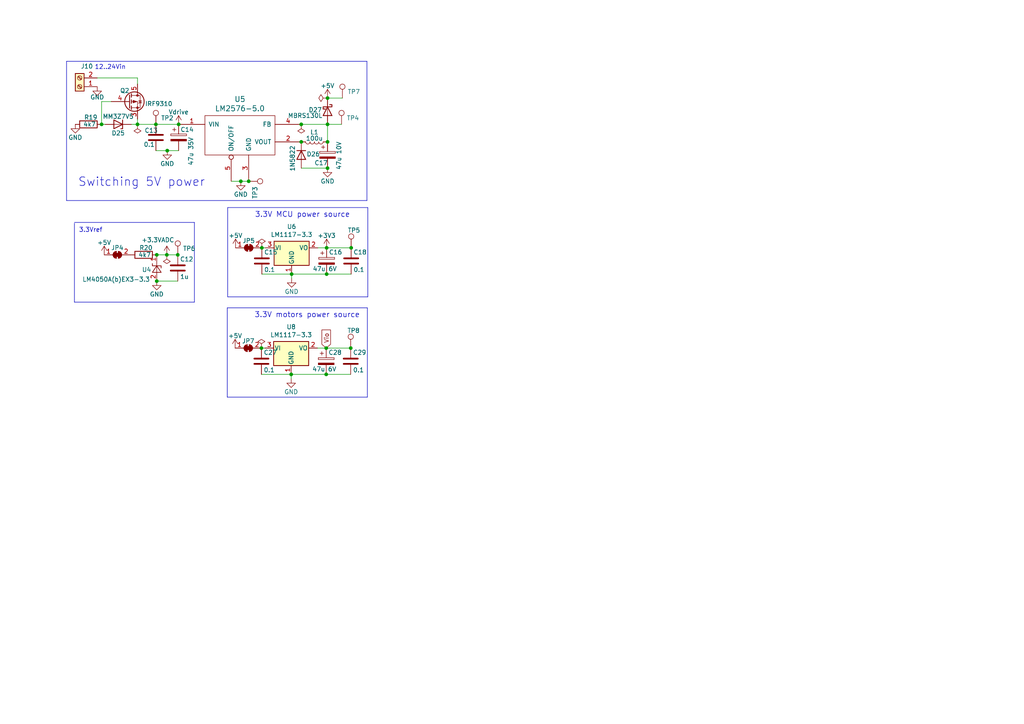
<source format=kicad_sch>
(kicad_sch (version 20231120) (generator "eeschema") (generator_version "8.0")
  (paper "A4")
  (lib_symbols
    (symbol "Connector:Screw_Terminal_01x02" (pin_names (offset 1.016) hide)
      (property "Reference" "J" (at 0 2.54 0))
      (property "Value" "Screw_Terminal_01x02" (at 0 -5.08 0))
      (symbol "Screw_Terminal_01x02_1_1"
        (rectangle (start -1.27 1.27) (end 1.27 -3.81) (stroke (width 0.254)) (fill (type background)))
        (circle (center 0 -2.54) (radius 0.635) (stroke (width 0.1524)))
        (polyline (pts (xy -0.5334 -2.2098) (xy 0.3302 -3.048)) (stroke (width 0.1524)))
        (polyline (pts (xy -0.5334 0.3302) (xy 0.3302 -0.508)) (stroke (width 0.1524)))
        (polyline (pts (xy -0.3556 -2.032) (xy 0.508 -2.8702)) (stroke (width 0.1524)))
        (polyline (pts (xy -0.3556 0.508) (xy 0.508 -0.3302)) (stroke (width 0.1524)))
        (circle (center 0 0) (radius 0.635) (stroke (width 0.1524)))
        (pin passive line (at -5.08 0 0) (length 3.81) (name "Pin_1") (number "1"))
        (pin passive line (at -5.08 -2.54 0) (length 3.81) (name "Pin_2") (number "2"))
      )
    )
    (symbol "Connector:TestPoint" (pin_numbers hide) (pin_names (offset 0.762) hide)
      (property "Reference" "TP" (at 0 6.858 0))
      (property "Value" "TestPoint" (at 0 5.08 0))
      (symbol "TestPoint_0_1"
        (circle (center 0 3.302) (radius 0.762))
      )
      (symbol "TestPoint_1_1"
        (pin passive line (at 0 0 90) (length 2.54) (name "1") (number "1"))
      )
    )
    (symbol "Device:C" (pin_numbers hide) (pin_names (offset 0.254))
      (property "Reference" "C" (at 0.635 2.54 0))
      (property "Value" "C" (at 0.635 -2.54 0))
      (symbol "C_0_1"
        (polyline (pts (xy -2.032 -0.762) (xy 2.032 -0.762)) (stroke (width 0.508)))
        (polyline (pts (xy -2.032 0.762) (xy 2.032 0.762)) (stroke (width 0.508)))
      )
      (symbol "C_1_1"
        (pin passive line (at 0 3.81 270) (length 2.794) (name "~") (number "1"))
        (pin passive line (at 0 -3.81 90) (length 2.794) (name "~") (number "2"))
      )
    )
    (symbol "Device:C_Polarized" (pin_numbers hide) (pin_names (offset 0.254))
      (property "Reference" "C" (at 0.635 2.54 0))
      (property "Value" "C_Polarized" (at 0.635 -2.54 0))
      (symbol "C_Polarized_0_1"
        (rectangle (start -2.286 0.508) (end 2.286 1.016))
        (polyline (pts (xy -1.778 2.286) (xy -0.762 2.286)))
        (polyline (pts (xy -1.27 2.794) (xy -1.27 1.778)))
        (rectangle (start 2.286 -0.508) (end -2.286 -1.016) (fill (type outline)))
      )
      (symbol "C_Polarized_1_1"
        (pin passive line (at 0 3.81 270) (length 2.794) (name "~") (number "1"))
        (pin passive line (at 0 -3.81 90) (length 2.794) (name "~") (number "2"))
      )
    )
    (symbol "Device:D" (pin_numbers hide) (pin_names (offset 1.016) hide)
      (property "Reference" "D" (at 0 2.54 0))
      (property "Value" "D" (at 0 -2.54 0))
      (symbol "D_0_1"
        (polyline (pts (xy -1.27 1.27) (xy -1.27 -1.27)) (stroke (width 0.254)))
        (polyline (pts (xy 1.27 0) (xy -1.27 0)))
        (polyline (pts (xy 1.27 1.27) (xy 1.27 -1.27) (xy -1.27 0) (xy 1.27 1.27)) (stroke (width 0.254)))
      )
      (symbol "D_1_1"
        (pin passive line (at -3.81 0 0) (length 2.54) (name "K") (number "1"))
        (pin passive line (at 3.81 0 180) (length 2.54) (name "A") (number "2"))
      )
    )
    (symbol "Device:D_Schottky" (pin_numbers hide) (pin_names (offset 1.016) hide)
      (property "Reference" "D" (at 0 2.54 0))
      (property "Value" "D_Schottky" (at 0 -2.54 0))
      (symbol "D_Schottky_0_1"
        (polyline (pts (xy 1.27 0) (xy -1.27 0)))
        (polyline (pts (xy 1.27 1.27) (xy 1.27 -1.27) (xy -1.27 0) (xy 1.27 1.27)) (stroke (width 0.254)))
        (polyline (pts (xy -1.905 0.635) (xy -1.905 1.27) (xy -1.27 1.27) (xy -1.27 -1.27) (xy -0.635 -1.27) (xy -0.635 -0.635)) (stroke (width 0.254)))
      )
      (symbol "D_Schottky_1_1"
        (pin passive line (at -3.81 0 0) (length 2.54) (name "K") (number "1"))
        (pin passive line (at 3.81 0 180) (length 2.54) (name "A") (number "2"))
      )
    )
    (symbol "Device:D_Zener" (pin_numbers hide) (pin_names (offset 1.016) hide)
      (property "Reference" "D" (at 0 2.54 0))
      (property "Value" "D_Zener" (at 0 -2.54 0))
      (symbol "D_Zener_0_1"
        (polyline (pts (xy 1.27 0) (xy -1.27 0)))
        (polyline (pts (xy -1.27 -1.27) (xy -1.27 1.27) (xy -0.762 1.27)) (stroke (width 0.254)))
        (polyline (pts (xy 1.27 -1.27) (xy 1.27 1.27) (xy -1.27 0) (xy 1.27 -1.27)) (stroke (width 0.254)))
      )
      (symbol "D_Zener_1_1"
        (pin passive line (at -3.81 0 0) (length 2.54) (name "K") (number "1"))
        (pin passive line (at 3.81 0 180) (length 2.54) (name "A") (number "2"))
      )
    )
    (symbol "Device:L" (pin_numbers hide) (pin_names (offset 1.016) hide)
      (property "Reference" "L" (at -1.27 0 90))
      (property "Value" "L" (at 1.905 0 90))
      (symbol "L_0_1"
        (arc (start 0 -2.54) (mid 0.6323 -1.905) (end 0 -1.27))
        (arc (start 0 -1.27) (mid 0.6323 -0.635) (end 0 0))
        (arc (start 0 0) (mid 0.6323 0.635) (end 0 1.27))
        (arc (start 0 1.27) (mid 0.6323 1.905) (end 0 2.54))
      )
      (symbol "L_1_1"
        (pin passive line (at 0 3.81 270) (length 1.27) (name "1") (number "1"))
        (pin passive line (at 0 -3.81 90) (length 1.27) (name "2") (number "2"))
      )
    )
    (symbol "Device:R" (pin_numbers hide) (pin_names (offset 0))
      (property "Reference" "R" (at 2.032 0 90))
      (property "Value" "R" (at 0 0 90))
      (symbol "R_0_1"
        (rectangle (start -1.016 -2.54) (end 1.016 2.54) (stroke (width 0.254)))
      )
      (symbol "R_1_1"
        (pin passive line (at 0 3.81 270) (length 1.27) (name "~") (number "1"))
        (pin passive line (at 0 -3.81 90) (length 1.27) (name "~") (number "2"))
      )
    )
    (symbol "Jumper:SolderJumper_2_Bridged" (pin_names (offset 0) hide)
      (property "Reference" "JP" (at 0 2.032 0))
      (property "Value" "SolderJumper_2_Bridged" (at 0 -2.54 0))
      (symbol "SolderJumper_2_Bridged_0_1"
        (rectangle (start -0.508 0.508) (end 0.508 -0.508) (fill (type outline)))
        (arc (start -0.254 1.016) (mid -1.2656 0) (end -0.254 -1.016))
        (arc (start -0.254 1.016) (mid -1.2656 0) (end -0.254 -1.016) (fill (type outline)))
        (polyline (pts (xy -0.254 1.016) (xy -0.254 -1.016)))
        (polyline (pts (xy 0.254 1.016) (xy 0.254 -1.016)))
        (arc (start 0.254 -1.016) (mid 1.2656 0) (end 0.254 1.016))
        (arc (start 0.254 -1.016) (mid 1.2656 0) (end 0.254 1.016) (fill (type outline)))
      )
      (symbol "SolderJumper_2_Bridged_1_1"
        (pin passive line (at -3.81 0 0) (length 2.54) (name "A") (number "1"))
        (pin passive line (at 3.81 0 180) (length 2.54) (name "B") (number "2"))
      )
    )
    (symbol "Reference_Voltage:LM4040DBZ-3" (pin_names (offset 0.0254) hide)
      (property "Reference" "U" (at 0 2.54 0))
      (property "Value" "LM4040DBZ-3" (at 0 -3.175 0))
      (symbol "LM4040DBZ-3_0_1"
        (polyline (pts (xy -1.27 0) (xy 0 0) (xy 1.27 0)))
        (polyline (pts (xy -1.27 -1.27) (xy 0.635 0) (xy -1.27 1.27) (xy -1.27 -1.27)) (stroke (width 0.2032)))
        (polyline (pts (xy 0 -1.27) (xy 0.635 -1.27) (xy 0.635 1.27) (xy 1.27 1.27)) (stroke (width 0.2032)))
      )
      (symbol "LM4040DBZ-3_1_1"
        (pin passive line (at 3.81 0 180) (length 2.54) (name "K") (number "1"))
        (pin passive line (at -3.81 0 0) (length 2.54) (name "A") (number "2"))
      )
    )
    (symbol "Regulator_Linear:LM1117-3.3" (pin_names (offset 0.254))
      (property "Reference" "U" (at -3.81 3.175 0))
      (property "Value" "LM1117-3.3" (at 0 3.175 0))
      (symbol "LM1117-3.3_0_1"
        (rectangle (start -5.08 -5.08) (end 5.08 1.905) (stroke (width 0.254)) (fill (type background)))
      )
      (symbol "LM1117-3.3_1_1"
        (pin power_in line (at 0 -7.62 90) (length 2.54) (name "GND") (number "1"))
        (pin power_out line (at 7.62 0 180) (length 2.54) (name "VO") (number "2"))
        (pin power_in line (at -7.62 0 0) (length 2.54) (name "VI") (number "3"))
      )
    )
    (symbol "elements:IRF9310" (pin_names (offset 0) hide)
      (property "Reference" "Q" (at 5.08 1.27 0))
      (property "Value" "IRF9310" (at 5.08 -1.27 0))
      (symbol "IRF9310_0_1"
        (polyline (pts (xy 0.0508 0) (xy 0.254 0)))
        (polyline (pts (xy 0.762 -1.778) (xy 2.54 -1.778)))
        (polyline (pts (xy 0.762 -1.27) (xy 0.762 -2.286)) (stroke (width 0.254)))
        (polyline (pts (xy 0.762 0) (xy 2.54 0)))
        (polyline (pts (xy 0.762 0.508) (xy 0.762 -0.508)) (stroke (width 0.254)))
        (polyline (pts (xy 0.762 1.778) (xy 2.54 1.778)))
        (polyline (pts (xy 0.762 2.286) (xy 0.762 1.27)) (stroke (width 0.254)))
        (polyline (pts (xy 2.54 -1.778) (xy 2.54 -2.54)))
        (polyline (pts (xy 2.54 -1.778) (xy 2.54 0)))
        (polyline (pts (xy 2.54 2.54) (xy 2.54 1.778)))
        (polyline (pts (xy 0.254 1.905) (xy 0.254 -1.905) (xy 0.254 -1.905)) (stroke (width 0.254)))
        (polyline (pts (xy 2.286 0) (xy 1.27 -0.381) (xy 1.27 0.381) (xy 2.286 0)) (fill (type outline)))
        (polyline (pts (xy 2.54 -1.778) (xy 3.302 -1.778) (xy 3.302 1.778) (xy 2.54 1.778)))
        (polyline (pts (xy 2.794 -0.508) (xy 2.921 -0.381) (xy 3.683 -0.381) (xy 3.81 -0.254)))
        (polyline (pts (xy 3.302 -0.381) (xy 2.921 0.254) (xy 3.683 0.254) (xy 3.302 -0.381)))
        (circle (center 1.651 0) (radius 2.8194) (stroke (width 0.254)))
        (circle (center 2.54 -1.778) (radius 0.2794) (fill (type outline)))
        (circle (center 2.54 1.778) (radius 0.2794) (fill (type outline)))
      )
      (symbol "IRF9310_1_1"
        (pin passive line (at 2.54 -5.08 90) (length 2.54) hide (name "S") (number "1"))
        (pin passive line (at 2.54 -5.08 90) (length 2.54) hide (name "S") (number "2"))
        (pin passive line (at 2.54 -5.08 90) (length 2.54) (name "S") (number "3"))
        (pin input line (at -5.08 0 0) (length 5.08) (name "G") (number "4"))
        (pin passive line (at 2.54 5.08 270) (length 2.54) (name "D") (number "5"))
        (pin passive line (at 2.54 5.08 270) (length 2.54) hide (name "D") (number "6"))
        (pin passive line (at 2.54 5.08 270) (length 2.54) hide (name "D") (number "7"))
        (pin passive line (at 2.54 5.08 270) (length 2.54) hide (name "D") (number "8"))
      )
    )
    (symbol "power:+3.3V" (power) (pin_names (offset 0))
      (property "Value" "+3.3V" (at 0 3.556 0))
      (symbol "+3.3V_0_1"
        (polyline (pts (xy -0.762 1.27) (xy 0 2.54)))
        (polyline (pts (xy 0 0) (xy 0 2.54)))
        (polyline (pts (xy 0 2.54) (xy 0.762 1.27)))
      )
      (symbol "+3.3V_1_1"
        (pin power_in line (at 0 0 90) (length 0) hide (name "+3V3") (number "1"))
      )
    )
    (symbol "power:+3.3VADC" (power) (pin_names (offset 0))
      (property "Value" "+3.3VADC" (at 0 2.54 0))
      (symbol "+3.3VADC_0_0"
        (pin power_in line (at 0 0 90) (length 0) hide (name "+3.3VADC") (number "1"))
      )
      (symbol "+3.3VADC_0_1"
        (polyline (pts (xy -0.762 1.27) (xy 0 2.54)))
        (polyline (pts (xy 0 0) (xy 0 2.54)))
        (polyline (pts (xy 0 2.54) (xy 0.762 1.27)))
      )
    )
    (symbol "power:GND" (power) (pin_names (offset 0))
      (property "Value" "GND" (at 0 -3.81 0))
      (symbol "GND_0_1"
        (polyline (pts (xy 0 0) (xy 0 -1.27) (xy 1.27 -1.27) (xy 0 -2.54) (xy -1.27 -1.27) (xy 0 -1.27)))
      )
      (symbol "GND_1_1"
        (pin power_in line (at 0 0 270) (length 0) hide (name "GND") (number "1"))
      )
    )
    (symbol "power:PWR_FLAG" (power) (pin_numbers hide) (pin_names (offset 0) hide)
      (property "Value" "PWR_FLAG" (at 0 3.81 0))
      (symbol "PWR_FLAG_0_0"
        (pin power_out line (at 0 0 90) (length 0) (name "pwr") (number "1"))
      )
      (symbol "PWR_FLAG_0_1"
        (polyline (pts (xy 0 0) (xy 0 1.27) (xy -1.016 1.905) (xy 0 2.54) (xy 1.016 1.905) (xy 0 1.27)))
      )
    )
    (symbol "power:Vdrive" (power) (pin_names (offset 0))
      (property "Value" "Vdrive" (at 0 3.81 0))
      (symbol "Vdrive_0_1"
        (polyline (pts (xy -0.762 1.27) (xy 0 2.54)))
        (polyline (pts (xy 0 0) (xy 0 2.54)))
        (polyline (pts (xy 0 2.54) (xy 0.762 1.27)))
      )
      (symbol "Vdrive_1_1"
        (pin power_in line (at 0 0 90) (length 0) hide (name "Vdrive") (number "1"))
      )
    )
    (symbol "stm32-rescue:+5V" (power) (pin_names (offset 0))
      (property "Value" "+5V" (at 0 3.556 0))
      (symbol "+5V_0_1"
        (polyline (pts (xy -0.762 1.27) (xy 0 2.54)))
        (polyline (pts (xy 0 0) (xy 0 2.54)))
        (polyline (pts (xy 0 2.54) (xy 0.762 1.27)))
      )
      (symbol "+5V_1_1"
        (pin power_in line (at 0 0 90) (length 0) hide (name "+5V") (number "1"))
      )
    )
    (symbol "stm32-rescue:C" (pin_numbers hide) (pin_names (offset 0.254))
      (property "Reference" "C" (at 0.635 2.54 0))
      (property "Value" "C" (at 0.635 -2.54 0))
      (symbol "C_0_1"
        (polyline (pts (xy -2.032 -0.762) (xy 2.032 -0.762)) (stroke (width 0.508)))
        (polyline (pts (xy -2.032 0.762) (xy 2.032 0.762)) (stroke (width 0.508)))
      )
      (symbol "C_1_1"
        (pin passive line (at 0 3.81 270) (length 2.794) (name "~") (number "1"))
        (pin passive line (at 0 -3.81 90) (length 2.794) (name "~") (number "2"))
      )
    )
    (symbol "stm32-rescue:CP" (pin_numbers hide) (pin_names (offset 0.254))
      (property "Reference" "C" (at 0.635 2.54 0))
      (property "Value" "CP" (at 0.635 -2.54 0))
      (symbol "CP_0_1"
        (rectangle (start -2.286 0.508) (end -2.286 1.016))
        (rectangle (start -2.286 0.508) (end 2.286 0.508))
        (polyline (pts (xy -1.778 2.286) (xy -0.762 2.286)))
        (polyline (pts (xy -1.27 2.794) (xy -1.27 1.778)))
        (rectangle (start 2.286 -0.508) (end -2.286 -1.016) (fill (type outline)))
        (rectangle (start 2.286 1.016) (end -2.286 1.016))
        (rectangle (start 2.286 1.016) (end 2.286 0.508))
      )
      (symbol "CP_1_1"
        (pin passive line (at 0 3.81 270) (length 2.794) (name "~") (number "1"))
        (pin passive line (at 0 -3.81 90) (length 2.794) (name "~") (number "2"))
      )
    )
    (symbol "stm32-rescue:PWR_FLAG" (power) (pin_numbers hide) (pin_names (offset 0) hide)
      (property "Value" "PWR_FLAG" (at 0 3.81 0))
      (symbol "PWR_FLAG_0_0"
        (pin power_out line (at 0 0 90) (length 0) (name "pwr") (number "1"))
      )
      (symbol "PWR_FLAG_0_1"
        (polyline (pts (xy 0 0) (xy 0 1.27) (xy -1.016 1.905) (xy 0 2.54) (xy 1.016 1.905) (xy 0 1.27)))
      )
    )
    (symbol "vreg:LM2576" (pin_names (offset 1.016))
      (property "Reference" "U" (at -8.89 6.35 0))
      (property "Value" "LM2576" (at 6.35 6.35 0))
      (symbol "LM2576_0_1"
        (rectangle (start -10.16 5.08) (end 10.16 -6.35))
      )
      (symbol "LM2576_1_1"
        (pin power_in line (at -17.78 2.54 0) (length 7.62) (name "VIN") (number "1"))
        (pin power_out line (at 17.78 -2.54 180) (length 7.62) (name "VOUT") (number "2"))
        (pin power_in line (at 2.54 -13.97 90) (length 7.62) (name "GND") (number "3"))
        (pin input line (at 17.78 2.54 180) (length 7.62) (name "FB") (number "4"))
        (pin input inverted (at -2.54 -13.97 90) (length 7.62) (name "ON/OFF") (number "5"))
      )
    )
  )
  (junction (at 101.727 100.965))
  (junction (at 84.455 108.585))
  (junction (at 39.878 36.068))
  (junction (at 75.946 71.882))
  (junction (at 94.742 79.502))
  (junction (at 45.212 36.068))
  (junction (at 94.615 100.965))
  (junction (at 94.996 48.768))
  (junction (at 94.996 41.148))
  (junction (at 72.136 52.578))
  (junction (at 87.376 36.068))
  (junction (at 48.387 73.914))
  (junction (at 29.464 36.068))
  (junction (at 45.466 81.534))
  (junction (at 94.615 108.585))
  (junction (at 69.85 52.578))
  (junction (at 94.996 36.068))
  (junction (at 51.816 36.068))
  (junction (at 51.562 73.914))
  (junction (at 84.582 79.502))
  (junction (at 48.514 43.688))
  (junction (at 75.819 100.965))
  (junction (at 94.996 28.448))
  (junction (at 87.376 41.148))
  (junction (at 45.466 73.914))
  (junction (at 94.742 71.882))
  (junction (at 101.854 71.882))
  (polyline (pts (xy 106.68 60.198) (xy 66.04 60.198)))
  (wire (pts (xy 101.854 71.882) (xy 94.742 71.882)))
  (wire (pts (xy 39.878 36.068) (xy 39.878 34.544)))
  (polyline (pts (xy 106.426 58.166) (xy 19.304 58.166)))
  (wire (pts (xy 84.455 108.585) (xy 94.615 108.585)))
  (wire (pts (xy 48.514 43.688) (xy 51.816 43.688)))
  (wire (pts (xy 45.212 43.688) (xy 48.514 43.688)))
  (polyline (pts (xy 106.553 115.189) (xy 106.553 89.281)))
  (polyline (pts (xy 65.913 89.281) (xy 65.913 115.189)))
  (polyline (pts (xy 21.59 87.63) (xy 56.388 87.63)))
  (wire (pts (xy 76.835 100.965) (xy 75.819 100.965)))
  (wire (pts (xy 84.455 109.855) (xy 84.455 108.585)))
  (wire (pts (xy 101.727 100.965) (xy 94.615 100.965)))
  (wire (pts (xy 75.946 79.502) (xy 84.582 79.502)))
  (wire (pts (xy 101.727 108.585) (xy 94.615 108.585)))
  (wire (pts (xy 94.996 41.148) (xy 94.996 36.068)))
  (wire (pts (xy 75.819 108.585) (xy 84.455 108.585)))
  (wire (pts (xy 45.466 73.914) (xy 48.387 73.914)))
  (wire (pts (xy 69.85 52.578) (xy 67.056 52.578)))
  (wire (pts (xy 94.996 36.068) (xy 87.376 36.068)))
  (wire (pts (xy 99.314 28.448) (xy 94.996 28.448)))
  (polyline (pts (xy 65.913 115.189) (xy 106.553 115.189)))
  (polyline (pts (xy 106.553 89.281) (xy 65.913 89.281)))
  (wire (pts (xy 29.464 29.464) (xy 32.258 29.464)))
  (wire (pts (xy 48.387 73.914) (xy 51.562 73.914)))
  (wire (pts (xy 94.996 48.768) (xy 87.376 48.768)))
  (polyline (pts (xy 21.59 64.516) (xy 56.388 64.516)))
  (polyline (pts (xy 19.304 58.166) (xy 19.304 17.78)))
  (wire (pts (xy 99.06 36.068) (xy 94.996 36.068)))
  (wire (pts (xy 101.854 79.502) (xy 94.742 79.502)))
  (wire (pts (xy 84.582 79.502) (xy 94.742 79.502)))
  (polyline (pts (xy 66.04 86.106) (xy 106.68 86.106)))
  (polyline (pts (xy 106.68 86.106) (xy 106.68 60.198)))
  (wire (pts (xy 45.466 81.534) (xy 51.562 81.534)))
  (wire (pts (xy 39.878 36.068) (xy 45.212 36.068)))
  (wire (pts (xy 45.212 36.068) (xy 51.816 36.068)))
  (wire (pts (xy 76.962 71.882) (xy 75.946 71.882)))
  (wire (pts (xy 92.202 71.882) (xy 94.742 71.882)))
  (polyline (pts (xy 21.59 64.77) (xy 21.59 87.63)))
  (wire (pts (xy 84.582 80.772) (xy 84.582 79.502)))
  (wire (pts (xy 92.075 100.965) (xy 94.615 100.965)))
  (wire (pts (xy 72.136 52.578) (xy 69.85 52.578)))
  (polyline (pts (xy 56.388 87.63) (xy 56.388 64.516)))
  (wire (pts (xy 51.943 36.068) (xy 51.816 36.068)))
  (polyline (pts (xy 66.04 60.198) (xy 66.04 86.106)))
  (wire (pts (xy 30.48 36.068) (xy 29.464 36.068)))
  (wire (pts (xy 28.194 22.606) (xy 39.878 22.606)))
  (polyline (pts (xy 19.304 17.78) (xy 106.426 17.78)))
  (polyline (pts (xy 106.426 17.78) (xy 106.426 58.166)))
  (wire (pts (xy 39.878 22.606) (xy 39.878 24.384)))
  (wire (pts (xy 29.464 36.068) (xy 29.464 29.464)))
  (wire (pts (xy 38.1 36.068) (xy 39.878 36.068)))
  (text "Switching 5V power" (at 22.606 54.356 0) (effects (font (size 2.4892 2.4892)) (justify left bottom)))
  (text "3.3Vref" (at 22.86 67.564 0) (effects (font (size 1.27 1.27)) (justify left bottom)))
  (text "3.3V MCU power source" (at 73.914 63.246 0) (effects (font (size 1.524 1.524)) (justify left bottom)))
  (text "12..24Vin" (at 27.432 20.32 0) (effects (font (size 1.27 1.27)) (justify left bottom)))
  (text "3.3V motors power source" (at 73.787 92.329 0) (effects (font (size 1.524 1.524)) (justify left bottom)))
  (global_label "Vio" (shape input) (at 94.615 100.965 90) (property "Intersheetrefs" "${INTERSHEET_REFS}" (effects (hide yes))))
  (symbol (lib_id "elements:IRF9310") (at 37.338 29.464 0) (unit 1)
    (property "Reference" "Q2" (at 34.798 26.289 0) (effects (justify left)))
    (property "Value" "IRF9310" (at 42.037 30.099 0) (effects (justify left)))
    (property "Footprint" "Package_SO:SO-8_3.9x4.9mm_P1.27mm" (effects (hide yes)))
  )
  (symbol (lib_id "stm32-rescue:PWR_FLAG") (at 48.387 73.914 180) (unit 1)
    (property "Reference" "#FLG01" (effects (hide yes)))
    (property "Value" "PWR_FLAG" (effects (hide yes)))
  )
  (symbol (lib_id "Device:D") (at 87.376 44.958 270) (unit 1)
    (property "Reference" "D26" (at 88.9 44.704 90) (effects (justify left)))
    (property "Value" "1N5822" (at 84.836 42.164 0) (effects (justify left)))
    (property "Footprint" "Diode_THT:D_DO-201_P3.81mm_Vertical_AnodeUp" (effects (hide yes)))
  )
  (symbol (lib_id "stm32-rescue:C") (at 75.819 104.775 0) (unit 1)
    (property "Reference" "C27" (at 76.454 102.235 0) (effects (justify left)))
    (property "Value" "0.1" (at 76.454 107.315 0) (effects (justify left)))
    (property "Footprint" "Capacitor_SMD:C_0603_1608Metric_Pad1.08x0.95mm_HandSolder" (effects (hide yes)))
  )
  (symbol (lib_id "Reference_Voltage:LM4040DBZ-3") (at 45.466 77.724 90) (unit 1)
    (property "Reference" "U4" (at 41.148 78.232 90) (effects (justify right)))
    (property "Value" "LM4050A(b)EX3-3.3" (at 23.876 81.026 90) (effects (justify right)))
    (property "Footprint" "Package_TO_SOT_SMD:SOT-323_SC-70_Handsoldering" (effects (hide yes)))
    (property "Datasheet" "http://www.ti.com/lit/ds/symlink/lm4040-n.pdf" (effects (hide yes)))
  )
  (symbol (lib_id "Jumper:SolderJumper_2_Bridged") (at 72.136 71.882 0) (unit 1)
    (property "Reference" "JP5" (at 72.136 69.8302 0))
    (property "Value" "3V3" (effects (hide yes)))
    (property "Footprint" "Jumper:SolderJumper-2_P1.3mm_Open_TrianglePad1.0x1.5mm" (effects (hide yes)))
  )
  (symbol (lib_id "power:GND") (at 84.455 109.855 0) (unit 1)
    (property "Reference" "#PWR061" (effects (hide yes)))
    (property "Value" "GND" (at 84.455 113.665 0))
  )
  (symbol (lib_id "power:PWR_FLAG") (at 75.819 100.965 0) (unit 1)
    (property "Reference" "#FLG04" (effects (hide yes)))
    (property "Value" "PWR_FLAG" (effects (hide yes)))
  )
  (symbol (lib_id "stm32-rescue:+5V") (at 68.199 100.965 0) (unit 1)
    (property "Reference" "#PWR037" (effects (hide yes)))
    (property "Value" "+5V" (at 68.199 97.409 0))
  )
  (symbol (lib_id "Device:C_Polarized") (at 94.996 44.958 0) (unit 1)
    (property "Reference" "C17" (at 91.186 47.244 0) (effects (justify left)))
    (property "Value" "47u 10V" (at 98.298 49.276 90) (effects (justify left)))
    (property "Footprint" "Capacitor_Tantalum_SMD:CP_EIA-6032-28_Kemet-C_Pad2.25x2.35mm_HandSolder" (effects (hide yes)))
  )
  (symbol (lib_id "power:GND") (at 28.194 25.146 0) (unit 1)
    (property "Reference" "#PWR026" (effects (hide yes)))
    (property "Value" "GND" (at 28.194 28.194 0))
  )
  (symbol (lib_id "stm32-rescue:PWR_FLAG") (at 39.878 36.068 180) (unit 1)
    (property "Reference" "#FLG02" (effects (hide yes)))
    (property "Value" "PWR_FLAG" (effects (hide yes)))
  )
  (symbol (lib_id "power:+3.3VADC") (at 48.387 73.914 0) (mirror y) (unit 1)
    (property "Reference" "#PWR028" (effects (hide yes)))
    (property "Value" "+3.3VADC" (at 41.021 69.596 0) (effects (justify right)))
  )
  (symbol (lib_id "vreg:LM2576") (at 69.596 38.608 0) (unit 1)
    (property "Reference" "U5" (at 69.596 28.7782 0) (effects (font (size 1.524 1.524))))
    (property "Value" "LM2576-5.0" (at 69.596 31.4706 0) (effects (font (size 1.524 1.524))))
    (property "Footprint" "Package_TO_SOT_THT:TO-220-5_P3.4x3.7mm_StaggerEven_Lead3.8mm_Vertical" (effects (hide yes)))
    (property "Manufacturer" "Texas Instruments" (effects (hide yes)))
  )
  (symbol (lib_id "Jumper:SolderJumper_2_Bridged") (at 72.009 100.965 0) (unit 1)
    (property "Reference" "JP7" (at 72.009 98.9132 0))
    (property "Value" "Vio" (effects (hide yes)))
    (property "Footprint" "Jumper:SolderJumper-2_P1.3mm_Open_TrianglePad1.0x1.5mm" (effects (hide yes)))
  )
  (symbol (lib_id "stm32-rescue:+5V") (at 68.326 71.882 0) (unit 1)
    (property "Reference" "#PWR032" (effects (hide yes)))
    (property "Value" "+5V" (at 68.326 68.326 0))
  )
  (symbol (lib_id "power:PWR_FLAG") (at 94.996 28.448 90) (unit 1)
    (property "Reference" "#FLG0102" (effects (hide yes)))
    (property "Value" "PWR_FLAG" (effects (hide yes)))
  )
  (symbol (lib_id "Connector:Screw_Terminal_01x02") (at 23.114 25.146 180) (unit 1)
    (property "Reference" "J10" (at 25.1968 19.2278 0))
    (property "Value" "Screw_Terminal_01x02" (effects (hide yes)))
    (property "Footprint" "TerminalBlock_Phoenix:TerminalBlock_Phoenix_MKDS-1,5-2_1x02_P5.00mm_Horizontal" (effects (hide yes)))
  )
  (symbol (lib_id "stm32-rescue:C") (at 51.562 77.724 0) (unit 1)
    (property "Reference" "C12" (at 52.197 75.184 0) (effects (justify left)))
    (property "Value" "1u" (at 52.197 80.264 0) (effects (justify left)))
    (property "Footprint" "Capacitor_SMD:C_0603_1608Metric_Pad1.08x0.95mm_HandSolder" (effects (hide yes)))
  )
  (symbol (lib_id "Connector:TestPoint") (at 99.06 36.068 0) (unit 1)
    (property "Reference" "TP4" (at 100.5332 34.2392 0) (effects (justify left)))
    (property "Value" "5Vext" (effects (hide yes)))
    (property "Footprint" "TestPoint:TestPoint_THTPad_1.5x1.5mm_Drill0.7mm" (effects (hide yes)))
  )
  (symbol (lib_id "power:GND") (at 48.514 43.688 0) (unit 1)
    (property "Reference" "#PWR029" (effects (hide yes)))
    (property "Value" "GND" (at 48.514 47.498 0))
  )
  (symbol (lib_id "Device:C") (at 45.212 39.878 0) (unit 1)
    (property "Reference" "C13" (at 41.91 37.846 0) (effects (justify left)))
    (property "Value" "0.1" (at 41.656 41.91 0) (effects (justify left)))
    (property "Footprint" "Capacitor_SMD:C_0603_1608Metric_Pad1.08x0.95mm_HandSolder" (effects (hide yes)))
  )
  (symbol (lib_id "Jumper:SolderJumper_2_Bridged") (at 34.036 73.914 0) (unit 1)
    (property "Reference" "JP4" (at 34.036 71.8622 0))
    (property "Value" "3V3ADC" (effects (hide yes)))
    (property "Footprint" "Jumper:SolderJumper-2_P1.3mm_Open_TrianglePad1.0x1.5mm" (effects (hide yes)))
  )
  (symbol (lib_id "power:GND") (at 21.844 36.068 0) (unit 1)
    (property "Reference" "#PWR024" (effects (hide yes)))
    (property "Value" "GND" (at 21.844 39.878 0))
  )
  (symbol (lib_id "Connector:TestPoint") (at 101.727 100.965 0) (unit 1)
    (property "Reference" "TP8" (at 100.711 95.885 0) (effects (justify left)))
    (property "Value" "Vio" (effects (hide yes)))
    (property "Footprint" "TestPoint:TestPoint_THTPad_1.5x1.5mm_Drill0.7mm" (effects (hide yes)))
  )
  (symbol (lib_id "Connector:TestPoint") (at 99.314 28.448 0) (unit 1)
    (property "Reference" "TP7" (at 100.7872 26.6192 0) (effects (justify left)))
    (property "Value" "5V" (effects (hide yes)))
    (property "Footprint" "TestPoint:TestPoint_THTPad_1.5x1.5mm_Drill0.7mm" (effects (hide yes)))
  )
  (symbol (lib_id "Device:R") (at 25.654 36.068 270) (unit 1)
    (property "Reference" "R19" (at 24.384 34.036 90) (effects (justify left)))
    (property "Value" "4k7" (at 24.13 36.068 90) (effects (justify left)))
    (property "Footprint" "Resistor_SMD:R_0603_1608Metric_Pad0.98x0.95mm_HandSolder" (effects (hide yes)))
  )
  (symbol (lib_id "stm32-rescue:PWR_FLAG") (at 87.376 36.068 180) (unit 1)
    (property "Reference" "#FLG03" (effects (hide yes)))
    (property "Value" "PWR_FLAG" (effects (hide yes)))
  )
  (symbol (lib_id "Device:D_Zener") (at 34.29 36.068 180) (unit 1)
    (property "Reference" "D25" (at 34.29 38.608 0))
    (property "Value" "MM3Z7V5" (at 34.29 33.782 0))
    (property "Footprint" "Diode_SMD:D_0805_2012Metric_Pad1.15x1.40mm_HandSolder" (effects (hide yes)))
  )
  (symbol (lib_id "Connector:TestPoint") (at 101.854 71.882 0) (unit 1)
    (property "Reference" "TP5" (at 100.838 66.802 0) (effects (justify left)))
    (property "Value" "3.3V" (effects (hide yes)))
    (property "Footprint" "TestPoint:TestPoint_THTPad_1.5x1.5mm_Drill0.7mm" (effects (hide yes)))
  )
  (symbol (lib_id "power:PWR_FLAG") (at 75.946 71.882 0) (unit 1)
    (property "Reference" "#FLG0101" (effects (hide yes)))
    (property "Value" "PWR_FLAG" (effects (hide yes)))
  )
  (symbol (lib_id "Connector:TestPoint") (at 45.212 36.068 0) (unit 1)
    (property "Reference" "TP2" (at 46.6852 34.2392 0) (effects (justify left)))
    (property "Value" "Vin" (effects (hide yes)))
    (property "Footprint" "TestPoint:TestPoint_THTPad_1.5x1.5mm_Drill0.7mm" (effects (hide yes)))
  )
  (symbol (lib_id "stm32-rescue:+5V") (at 30.226 73.914 0) (unit 1)
    (property "Reference" "#PWR025" (effects (hide yes)))
    (property "Value" "+5V" (at 30.226 70.358 0))
  )
  (symbol (lib_id "stm32-rescue:CP") (at 94.615 104.775 0) (unit 1)
    (property "Reference" "C28" (at 95.25 102.235 0) (effects (justify left)))
    (property "Value" "47u 6V" (at 90.551 107.061 0) (effects (justify left)))
    (property "Footprint" "Capacitor_Tantalum_SMD:CP_EIA-3216-18_Kemet-A_Pad1.58x1.35mm_HandSolder" (effects (hide yes)))
  )
  (symbol (lib_id "Device:C_Polarized") (at 51.816 39.878 0) (unit 1)
    (property "Reference" "C14" (at 52.324 37.592 0) (effects (justify left)))
    (property "Value" "47u 35V" (at 55.372 48.006 90) (effects (justify left)))
    (property "Footprint" "Capacitor_Tantalum_SMD:CP_EIA-6032-28_Kemet-C_Pad2.25x2.35mm_HandSolder" (effects (hide yes)))
  )
  (symbol (lib_id "power:GND") (at 69.85 52.578 0) (unit 1)
    (property "Reference" "#PWR031" (effects (hide yes)))
    (property "Value" "GND" (at 69.85 56.388 0))
  )
  (symbol (lib_id "power:+3.3V") (at 94.742 71.882 0) (unit 1)
    (property "Reference" "#PWR034" (effects (hide yes)))
    (property "Value" "+3V3" (at 94.742 68.326 0))
  )
  (symbol (lib_id "stm32-rescue:CP") (at 94.742 75.692 0) (unit 1)
    (property "Reference" "C16" (at 95.377 73.152 0) (effects (justify left)))
    (property "Value" "47u 6V" (at 90.678 77.978 0) (effects (justify left)))
    (property "Footprint" "Capacitor_Tantalum_SMD:CP_EIA-3216-18_Kemet-A_Pad1.58x1.35mm_HandSolder" (effects (hide yes)))
  )
  (symbol (lib_id "power:Vdrive") (at 51.816 36.068 0) (unit 1)
    (property "Reference" "#PWR030" (effects (hide yes)))
    (property "Value" "Vdrive" (at 51.816 32.4922 0))
  )
  (symbol (lib_id "Device:R") (at 41.656 73.914 270) (unit 1)
    (property "Reference" "R20" (at 40.386 71.882 90) (effects (justify left)))
    (property "Value" "4k7" (at 40.132 73.914 90) (effects (justify left)))
    (property "Footprint" "Resistor_SMD:R_0603_1608Metric_Pad0.98x0.95mm_HandSolder" (effects (hide yes)))
  )
  (symbol (lib_id "Device:D_Schottky") (at 94.996 32.258 270) (unit 1)
    (property "Reference" "D27" (at 91.44 31.877 90))
    (property "Value" "MBRS130L" (at 88.519 33.528 90))
    (property "Footprint" "Diode_SMD:D_SMB_Handsoldering" (effects (hide yes)))
  )
  (symbol (lib_id "Device:L") (at 91.186 41.148 270) (unit 1)
    (property "Reference" "L1" (at 91.186 38.354 90))
    (property "Value" "100u" (at 91.186 40.132 90))
    (property "Footprint" "Inductor_THT:L_Toroid_Horizontal_D6.5mm_P10.00mm_Diameter7-5mm_Amidon-T25" (effects (hide yes)))
  )
  (symbol (lib_id "Regulator_Linear:LM1117-3.3") (at 84.582 71.882 0) (unit 1)
    (property "Reference" "U6" (at 84.582 65.7352 0))
    (property "Value" "LM1117-3.3" (at 84.582 68.0466 0))
    (property "Footprint" "Package_TO_SOT_SMD:SOT-223-3_TabPin2" (effects (hide yes)))
    (property "Datasheet" "http://www.ti.com/lit/ds/symlink/lm1117.pdf" (effects (hide yes)))
  )
  (symbol (lib_id "stm32-rescue:C") (at 101.727 104.775 0) (unit 1)
    (property "Reference" "C29" (at 102.362 102.235 0) (effects (justify left)))
    (property "Value" "0.1" (at 102.362 107.315 0) (effects (justify left)))
    (property "Footprint" "Capacitor_SMD:C_0603_1608Metric_Pad1.08x0.95mm_HandSolder" (effects (hide yes)))
  )
  (symbol (lib_id "stm32-rescue:C") (at 75.946 75.692 0) (unit 1)
    (property "Reference" "C15" (at 76.581 73.152 0) (effects (justify left)))
    (property "Value" "0.1" (at 76.581 78.232 0) (effects (justify left)))
    (property "Footprint" "Capacitor_SMD:C_0603_1608Metric_Pad1.08x0.95mm_HandSolder" (effects (hide yes)))
  )
  (symbol (lib_id "Connector:TestPoint") (at 72.136 52.578 270) (unit 1)
    (property "Reference" "TP3" (at 73.9648 54.0512 0) (effects (justify left)))
    (property "Value" "Gnd" (effects (hide yes)))
    (property "Footprint" "TestPoint:TestPoint_THTPad_1.5x1.5mm_Drill0.7mm" (effects (hide yes)))
  )
  (symbol (lib_id "power:GND") (at 45.466 81.534 0) (unit 1)
    (property "Reference" "#PWR027" (effects (hide yes)))
    (property "Value" "GND" (at 45.466 85.344 0))
  )
  (symbol (lib_id "stm32-rescue:+5V") (at 94.996 28.448 0) (unit 1)
    (property "Reference" "#PWR035" (effects (hide yes)))
    (property "Value" "+5V" (at 94.996 24.892 0))
  )
  (symbol (lib_id "stm32-rescue:C") (at 101.854 75.692 0) (unit 1)
    (property "Reference" "C18" (at 102.489 73.152 0) (effects (justify left)))
    (property "Value" "0.1" (at 102.489 78.232 0) (effects (justify left)))
    (property "Footprint" "Capacitor_SMD:C_0603_1608Metric_Pad1.08x0.95mm_HandSolder" (effects (hide yes)))
  )
  (symbol (lib_id "power:GND") (at 84.582 80.772 0) (unit 1)
    (property "Reference" "#PWR033" (effects (hide yes)))
    (property "Value" "GND" (at 84.582 84.582 0))
  )
  (symbol (lib_id "Regulator_Linear:LM1117-3.3") (at 84.455 100.965 0) (unit 1)
    (property "Reference" "U8" (at 84.455 94.8182 0))
    (property "Value" "LM1117-3.3" (at 84.455 97.1296 0))
    (property "Footprint" "Package_TO_SOT_SMD:SOT-223-3_TabPin2" (effects (hide yes)))
    (property "Datasheet" "http://www.ti.com/lit/ds/symlink/lm1117.pdf" (effects (hide yes)))
  )
  (symbol (lib_id "power:GND") (at 94.996 48.768 0) (unit 1)
    (property "Reference" "#PWR036" (effects (hide yes)))
    (property "Value" "GND" (at 94.996 52.578 0))
  )
  (symbol (lib_id "Connector:TestPoint") (at 51.562 73.914 0) (unit 1)
    (property "Reference" "TP6" (at 53.0352 72.0852 0) (effects (justify left)))
    (property "Value" "3V3ADC" (effects (hide yes)))
    (property "Footprint" "TestPoint:TestPoint_THTPad_1.5x1.5mm_Drill0.7mm" (effects (hide yes)))
  )
)
</source>
